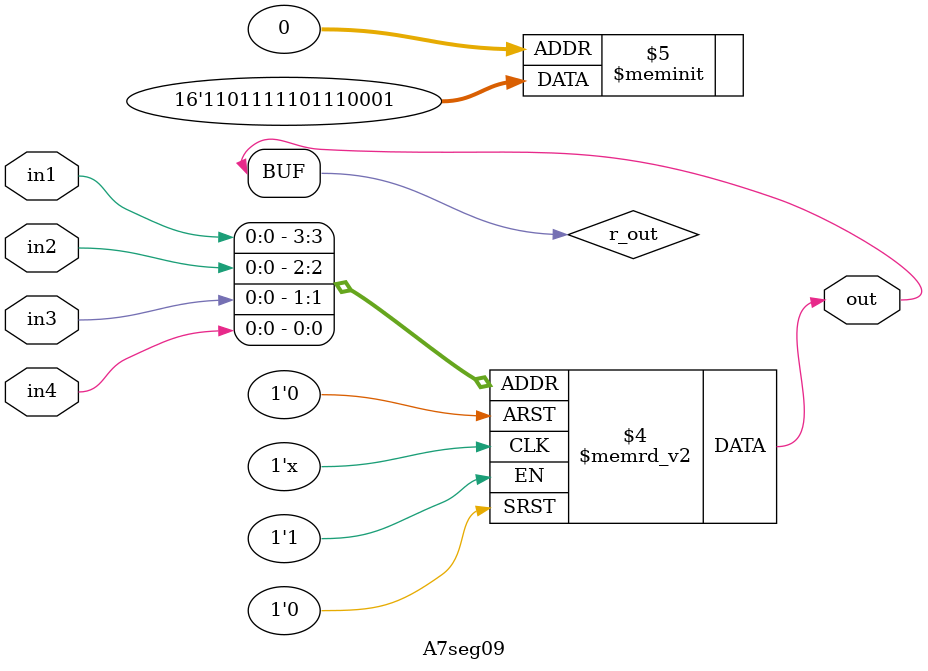
<source format=v>
module A7seg09(output out, input in1, in2, in3, in4);
  reg r_out;
  assign out = r_out;
  always@(in1, in2, in3, in4)
    begin
      case({in1, in2, in3, in4})
        4'b0000: out = 1'b1;
        4'b0001: out = 1'b0;
        4'b0010: out = 1'b0;
        4'b0011: out = 1'b0;
        4'b0100: out = 1'b1;
        4'b0101: out = 1'b1;
        4'b0110: out = 1'b1;
        4'b0111: out = 1'b0;
	4'b1000: out = 1'b1;
        4'b1001: out = 1'b1;
        4'b1010: out = 1'b1;
        4'b1011: out = 1'b1;
        4'b1100: out = 1'b1;
        4'b1101: out = 1'b0;
        4'b1110: out = 1'b1;
        4'b1111: out = 1'b1;
	
        default: out = 1'b0;
      endcase
    end
endmodule

</source>
